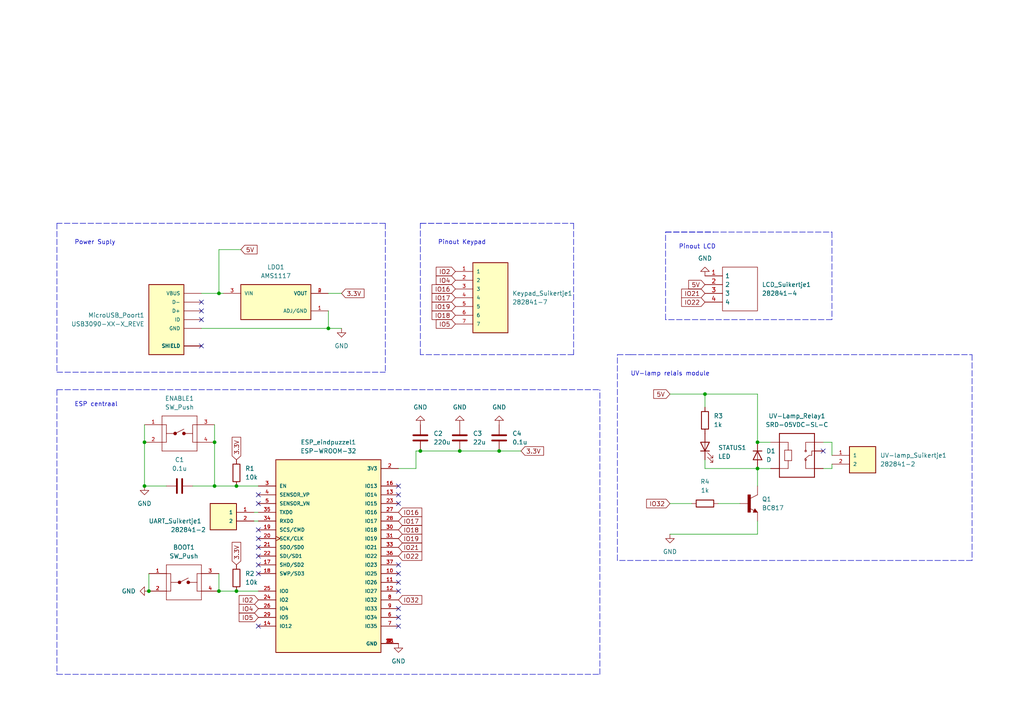
<source format=kicad_sch>
(kicad_sch (version 20211123) (generator eeschema)
  (paper "A4")
  (lib_symbols
    (symbol "282841-2:282841-2" (pin_names (offset 1.016))
      (property "Reference" "J" (at 0 10.16 0))
      (property "Value" "282841-2" (at 0 -7.62 0))
      (symbol "282841-2_0_0"
        (rectangle (start -5.08 -2.54) (end 2.54 5.08) (stroke (width 0.254)) (fill (type background)))
        (pin passive line (at -10.16 2.54 0) (length 5.08) (name "1") (number "1"))
        (pin passive line (at -10.16 0 0) (length 5.08) (name "2") (number "2"))
      )
    )
    (symbol "282841-4:282841-4" (pin_names (offset 0.762))
      (property "Reference" "J" (at 16.51 7.62 0))
      (property "Value" "282841-4" (at 16.51 5.08 0))
      (symbol "282841-4_0_0"
        (pin passive line (at 0 0 0) (length 5.08) (name "1") (number "1"))
        (pin passive line (at 0 -2.54 0) (length 5.08) (name "2") (number "2"))
        (pin passive line (at 0 -5.08 0) (length 5.08) (name "3") (number "3"))
        (pin passive line (at 0 -7.62 0) (length 5.08) (name "4") (number "4"))
      )
      (symbol "282841-4_0_1"
        (polyline (pts (xy 5.08 2.54) (xy 15.24 2.54) (xy 15.24 -10.16) (xy 5.08 -10.16) (xy 5.08 2.54)) (stroke (width 0.1524)))
      )
    )
    (symbol "282841-7:282841-7" (pin_names (offset 1.016))
      (property "Reference" "J" (at -5.588 10.16 0))
      (property "Value" "282841-7" (at -5.08 -12.7 0))
      (symbol "282841-7_0_0"
        (rectangle (start -5.08 -10.16) (end 5.08 10.16) (stroke (width 0.254)) (fill (type background)))
        (pin passive line (at -10.16 7.62 0) (length 5.08) (name "1") (number "1"))
        (pin passive line (at -10.16 5.08 0) (length 5.08) (name "2") (number "2"))
        (pin passive line (at -10.16 2.54 0) (length 5.08) (name "3") (number "3"))
        (pin passive line (at -10.16 0 0) (length 5.08) (name "4") (number "4"))
        (pin passive line (at -10.16 -2.54 0) (length 5.08) (name "5") (number "5"))
        (pin passive line (at -10.16 -5.08 0) (length 5.08) (name "6") (number "6"))
        (pin passive line (at -10.16 -7.62 0) (length 5.08) (name "7") (number "7"))
      )
    )
    (symbol "3-1825910-1:3-1825910-1" (pin_names (offset 1.016) hide)
      (property "Reference" "SW" (at -5.08 5.588 0))
      (property "Value" "3-1825910-1" (at -5.08 -7.62 0))
      (symbol "3-1825910-1_0_0"
        (circle (center -1.27 0) (radius 0.254) (stroke (width 0.508)))
        (polyline (pts (xy -5.08 -5.08) (xy -5.08 -2.54)) (stroke (width 0.1524)))
        (polyline (pts (xy -5.08 -2.54) (xy -5.08 2.54)) (stroke (width 0.1524)))
        (polyline (pts (xy -5.08 2.54) (xy -5.08 5.08)) (stroke (width 0.1524)))
        (polyline (pts (xy -5.08 2.54) (xy -3.81 2.54)) (stroke (width 0.1524)))
        (polyline (pts (xy -5.08 5.08) (xy 5.08 5.08)) (stroke (width 0.1524)))
        (polyline (pts (xy -3.81 -2.54) (xy -5.08 -2.54)) (stroke (width 0.1524)))
        (polyline (pts (xy -3.81 0) (xy -3.81 -2.54)) (stroke (width 0.1524)))
        (polyline (pts (xy -3.81 0) (xy -1.27 0)) (stroke (width 0.1524)))
        (polyline (pts (xy -3.81 2.54) (xy -3.81 0)) (stroke (width 0.1524)))
        (polyline (pts (xy -1.27 0) (xy 1.27 1.27)) (stroke (width 0.1524)))
        (polyline (pts (xy 1.27 0) (xy 3.81 0)) (stroke (width 0.1524)))
        (polyline (pts (xy 3.81 -2.54) (xy 5.08 -2.54)) (stroke (width 0.1524)))
        (polyline (pts (xy 3.81 0) (xy 3.81 -2.54)) (stroke (width 0.1524)))
        (polyline (pts (xy 3.81 0) (xy 3.81 2.54)) (stroke (width 0.1524)))
        (polyline (pts (xy 3.81 2.54) (xy 5.08 2.54)) (stroke (width 0.1524)))
        (polyline (pts (xy 5.08 -5.08) (xy -5.08 -5.08)) (stroke (width 0.1524)))
        (polyline (pts (xy 5.08 -2.54) (xy 5.08 -5.08)) (stroke (width 0.1524)))
        (polyline (pts (xy 5.08 2.54) (xy 5.08 -2.54)) (stroke (width 0.1524)))
        (polyline (pts (xy 5.08 5.08) (xy 5.08 2.54)) (stroke (width 0.1524)))
        (circle (center 1.27 0) (radius 0.254) (stroke (width 0.508)))
        (pin passive line (at -10.16 2.54 0) (length 5.08) (name "~") (number "1"))
        (pin passive line (at -10.16 -2.54 0) (length 5.08) (name "~") (number "2"))
        (pin passive line (at 10.16 2.54 180) (length 5.08) (name "~") (number "3"))
        (pin passive line (at 10.16 -2.54 180) (length 5.08) (name "~") (number "4"))
      )
    )
    (symbol "AMS1117:AMS1117" (pin_names (offset 1.016))
      (property "Reference" "U" (at -10.16 5.588 0))
      (property "Value" "AMS1117" (at -10.16 -8.128 0))
      (symbol "AMS1117_0_0"
        (rectangle (start -10.16 -5.08) (end 10.16 5.08) (stroke (width 0.254)) (fill (type background)))
        (pin power_in line (at 15.24 -2.54 180) (length 5.08) (name "ADJ/GND") (number "1"))
        (pin output line (at 15.24 2.54 180) (length 5.08) (name "VOUT") (number "2"))
        (pin input line (at -15.24 2.54 0) (length 5.08) (name "VIN") (number "3"))
        (pin output line (at 15.24 2.54 180) (length 5.08) (name "VOUT") (number "4"))
      )
    )
    (symbol "BC817:BC817" (pin_numbers hide) (pin_names (offset 1.016) hide)
      (property "Reference" "Q" (at -10.16 7.62 0))
      (property "Value" "BC817" (at -10.16 -7.62 0))
      (symbol "BC817_0_0"
        (rectangle (start -0.254 -2.54) (end 0.508 2.54) (fill (type outline)))
        (polyline (pts (xy 1.27 -2.54) (xy 1.778 -1.524)) (stroke (width 0.1524)))
        (polyline (pts (xy 1.524 -2.413) (xy 2.286 -2.413)) (stroke (width 0.254)))
        (polyline (pts (xy 1.524 -2.286) (xy 1.905 -2.286)) (stroke (width 0.254)))
        (polyline (pts (xy 1.5494 -2.032) (xy 0.3048 -1.4224)) (stroke (width 0.1524)))
        (polyline (pts (xy 1.778 -1.778) (xy 1.524 -2.286)) (stroke (width 0.254)))
        (polyline (pts (xy 1.778 -1.524) (xy 2.54 -2.54)) (stroke (width 0.1524)))
        (polyline (pts (xy 1.905 -2.286) (xy 1.778 -2.032)) (stroke (width 0.254)))
        (polyline (pts (xy 2.286 -2.413) (xy 1.778 -1.778)) (stroke (width 0.254)))
        (polyline (pts (xy 2.54 -2.54) (xy 1.27 -2.54)) (stroke (width 0.1524)))
        (polyline (pts (xy 2.54 2.54) (xy 0.508 1.524)) (stroke (width 0.1524)))
        (pin passive line (at -2.54 0 0) (length 2.54) (name "~") (number "1"))
        (pin passive line (at 2.54 -5.08 90) (length 2.54) (name "~") (number "2"))
        (pin passive line (at 2.54 5.08 270) (length 2.54) (name "~") (number "3"))
      )
    )
    (symbol "Device:C" (pin_numbers hide) (pin_names (offset 0.254))
      (property "Reference" "C" (at 0.635 2.54 0))
      (property "Value" "C" (at 0.635 -2.54 0))
      (symbol "C_0_1"
        (polyline (pts (xy -2.032 -0.762) (xy 2.032 -0.762)) (stroke (width 0.508)))
        (polyline (pts (xy -2.032 0.762) (xy 2.032 0.762)) (stroke (width 0.508)))
      )
      (symbol "C_1_1"
        (pin passive line (at 0 3.81 270) (length 2.794) (name "~") (number "1"))
        (pin passive line (at 0 -3.81 90) (length 2.794) (name "~") (number "2"))
      )
    )
    (symbol "Device:D" (pin_numbers hide) (pin_names (offset 1.016) hide)
      (property "Reference" "D" (at 0 2.54 0))
      (property "Value" "D" (at 0 -2.54 0))
      (symbol "D_0_1"
        (polyline (pts (xy -1.27 1.27) (xy -1.27 -1.27)) (stroke (width 0.254)))
        (polyline (pts (xy 1.27 0) (xy -1.27 0)))
        (polyline (pts (xy 1.27 1.27) (xy 1.27 -1.27) (xy -1.27 0) (xy 1.27 1.27)) (stroke (width 0.254)))
      )
      (symbol "D_1_1"
        (pin passive line (at -3.81 0 0) (length 2.54) (name "K") (number "1"))
        (pin passive line (at 3.81 0 180) (length 2.54) (name "A") (number "2"))
      )
    )
    (symbol "Device:LED" (pin_numbers hide) (pin_names (offset 1.016) hide)
      (property "Reference" "D" (at 0 2.54 0))
      (property "Value" "LED" (at 0 -2.54 0))
      (symbol "LED_0_1"
        (polyline (pts (xy -1.27 -1.27) (xy -1.27 1.27)) (stroke (width 0.254)))
        (polyline (pts (xy -1.27 0) (xy 1.27 0)))
        (polyline (pts (xy 1.27 -1.27) (xy 1.27 1.27) (xy -1.27 0) (xy 1.27 -1.27)) (stroke (width 0.254)))
        (polyline (pts (xy -3.048 -0.762) (xy -4.572 -2.286) (xy -3.81 -2.286) (xy -4.572 -2.286) (xy -4.572 -1.524)))
        (polyline (pts (xy -1.778 -0.762) (xy -3.302 -2.286) (xy -2.54 -2.286) (xy -3.302 -2.286) (xy -3.302 -1.524)))
      )
      (symbol "LED_1_1"
        (pin passive line (at -3.81 0 0) (length 2.54) (name "K") (number "1"))
        (pin passive line (at 3.81 0 180) (length 2.54) (name "A") (number "2"))
      )
    )
    (symbol "Device:R" (pin_numbers hide) (pin_names (offset 0))
      (property "Reference" "R" (at 2.032 0 90))
      (property "Value" "R" (at 0 0 90))
      (symbol "R_0_1"
        (rectangle (start -1.016 -2.54) (end 1.016 2.54) (stroke (width 0.254)))
      )
      (symbol "R_1_1"
        (pin passive line (at 0 3.81 270) (length 1.27) (name "~") (number "1"))
        (pin passive line (at 0 -3.81 90) (length 1.27) (name "~") (number "2"))
      )
    )
    (symbol "ESP-WROOM-32:ESP-WROOM-32" (pin_names (offset 1.016))
      (property "Reference" "U" (at -15.2654 28.4988 0))
      (property "Value" "ESP-WROOM-32" (at -15.2654 -31.0642 0))
      (symbol "ESP-WROOM-32_0_0"
        (rectangle (start -15.24 -27.94) (end 15.24 27.94) (stroke (width 0.254)) (fill (type background)))
        (pin power_in line (at 20.32 -25.4 180) (length 5.08) (name "GND") (number "1"))
        (pin power_in line (at 20.32 -25.4 180) (length 5.08) (name "GND") (number "1.1"))
        (pin bidirectional line (at 20.32 -5.08 180) (length 5.08) (name "IO25") (number "10"))
        (pin bidirectional line (at 20.32 -7.62 180) (length 5.08) (name "IO26") (number "11"))
        (pin bidirectional line (at 20.32 -10.16 180) (length 5.08) (name "IO27") (number "12"))
        (pin bidirectional line (at 20.32 17.78 180) (length 5.08) (name "IO14") (number "13"))
        (pin bidirectional line (at -20.32 -20.32 0) (length 5.08) (name "IO12") (number "14"))
        (pin power_in line (at 20.32 -25.4 180) (length 5.08) (name "GND") (number "15"))
        (pin bidirectional line (at 20.32 20.32 180) (length 5.08) (name "IO13") (number "16"))
        (pin bidirectional line (at -20.32 -2.54 0) (length 5.08) (name "SHD/SD2") (number "17"))
        (pin bidirectional line (at -20.32 -5.08 0) (length 5.08) (name "SWP/SD3") (number "18"))
        (pin bidirectional line (at -20.32 7.62 0) (length 5.08) (name "SCS/CMD") (number "19"))
        (pin power_in line (at 20.32 25.4 180) (length 5.08) (name "3V3") (number "2"))
        (pin bidirectional clock (at -20.32 5.08 0) (length 5.08) (name "SCK/CLK") (number "20"))
        (pin bidirectional line (at -20.32 2.54 0) (length 5.08) (name "SDO/SD0") (number "21"))
        (pin bidirectional line (at -20.32 0 0) (length 5.08) (name "SDI/SD1") (number "22"))
        (pin bidirectional line (at 20.32 15.24 180) (length 5.08) (name "IO15") (number "23"))
        (pin bidirectional line (at -20.32 -12.7 0) (length 5.08) (name "IO2") (number "24"))
        (pin bidirectional line (at -20.32 -10.16 0) (length 5.08) (name "IO0") (number "25"))
        (pin bidirectional line (at -20.32 -15.24 0) (length 5.08) (name "IO4") (number "26"))
        (pin bidirectional line (at 20.32 12.7 180) (length 5.08) (name "IO16") (number "27"))
        (pin bidirectional line (at 20.32 10.16 180) (length 5.08) (name "IO17") (number "28"))
        (pin bidirectional line (at -20.32 -17.78 0) (length 5.08) (name "IO5") (number "29"))
        (pin input line (at -20.32 20.32 0) (length 5.08) (name "EN") (number "3"))
        (pin bidirectional line (at 20.32 7.62 180) (length 5.08) (name "IO18") (number "30"))
        (pin bidirectional line (at 20.32 5.08 180) (length 5.08) (name "IO19") (number "31"))
        (pin bidirectional line (at 20.32 2.54 180) (length 5.08) (name "IO21") (number "33"))
        (pin bidirectional line (at -20.32 10.16 0) (length 5.08) (name "RXD0") (number "34"))
        (pin bidirectional line (at -20.32 12.7 0) (length 5.08) (name "TXD0") (number "35"))
        (pin bidirectional line (at 20.32 0 180) (length 5.08) (name "IO22") (number "36"))
        (pin bidirectional line (at 20.32 -2.54 180) (length 5.08) (name "IO23") (number "37"))
        (pin power_in line (at 20.32 -25.4 180) (length 5.08) (name "GND") (number "38"))
        (pin input line (at -20.32 17.78 0) (length 5.08) (name "SENSOR_VP") (number "4"))
        (pin input line (at -20.32 15.24 0) (length 5.08) (name "SENSOR_VN") (number "5"))
        (pin bidirectional line (at 20.32 -17.78 180) (length 5.08) (name "IO34") (number "6"))
        (pin bidirectional line (at 20.32 -20.32 180) (length 5.08) (name "IO35") (number "7"))
        (pin bidirectional line (at 20.32 -12.7 180) (length 5.08) (name "IO32") (number "8"))
        (pin bidirectional line (at 20.32 -15.24 180) (length 5.08) (name "IO33") (number "9"))
      )
    )
    (symbol "SRD-05VDC-SL-C:SRD-05VDC-SL-C" (pin_numbers hide) (pin_names (offset 1.016) hide)
      (property "Reference" "K" (at -5.08 5.842 0))
      (property "Value" "SRD-05VDC-SL-C" (at -5.08 -10.16 0))
      (symbol "SRD-05VDC-SL-C_0_0"
        (polyline (pts (xy -5.08 -7.62) (xy -5.08 5.08)) (stroke (width 0.254)))
        (polyline (pts (xy -5.08 2.54) (xy -2.54 2.54)) (stroke (width 0.1524)))
        (polyline (pts (xy -5.08 5.08) (xy 5.08 5.08)) (stroke (width 0.254)))
        (polyline (pts (xy -3.556 -2.794) (xy -2.54 -2.794)) (stroke (width 0.1524)))
        (polyline (pts (xy -3.556 0.254) (xy -3.556 -2.794)) (stroke (width 0.1524)))
        (polyline (pts (xy -2.54 -5.08) (xy -5.08 -5.08)) (stroke (width 0.1524)))
        (polyline (pts (xy -2.54 -2.794) (xy -2.54 -5.08)) (stroke (width 0.1524)))
        (polyline (pts (xy -2.54 -2.794) (xy -1.524 -2.794)) (stroke (width 0.1524)))
        (polyline (pts (xy -2.54 0.254) (xy -3.556 0.254)) (stroke (width 0.1524)))
        (polyline (pts (xy -2.54 2.54) (xy -2.54 0.254)) (stroke (width 0.1524)))
        (polyline (pts (xy -1.524 -2.794) (xy -1.524 0.254)) (stroke (width 0.1524)))
        (polyline (pts (xy -1.524 0.254) (xy -2.54 0.254)) (stroke (width 0.1524)))
        (polyline (pts (xy 2.54 -5.08) (xy 5.08 -5.08)) (stroke (width 0.1524)))
        (polyline (pts (xy 2.54 -2.54) (xy 2.54 -5.08)) (stroke (width 0.1524)))
        (polyline (pts (xy 2.54 2.54) (xy 2.54 0)) (stroke (width 0.1524)))
        (polyline (pts (xy 3.556 -1.27) (xy 2.286 -2.286)) (stroke (width 0.1524)))
        (polyline (pts (xy 3.556 -1.27) (xy 4.318 -1.27)) (stroke (width 0.1524)))
        (polyline (pts (xy 4.318 -1.27) (xy 4.318 0)) (stroke (width 0.1524)))
        (polyline (pts (xy 4.318 0) (xy 5.08 0)) (stroke (width 0.1524)))
        (polyline (pts (xy 5.08 -7.62) (xy -5.08 -7.62)) (stroke (width 0.254)))
        (polyline (pts (xy 5.08 0) (xy 5.08 -7.62)) (stroke (width 0.254)))
        (polyline (pts (xy 5.08 2.54) (xy 2.54 2.54)) (stroke (width 0.1524)))
        (polyline (pts (xy 5.08 5.08) (xy 5.08 0)) (stroke (width 0.254)))
        (circle (center 2.54 -2.54) (radius 0.254) (stroke (width 0.1524)))
        (circle (center 2.54 0) (radius 0.254) (stroke (width 0.1524)))
        (pin passive line (at -7.62 2.54 0) (length 2.54) (name "~") (number "A1"))
        (pin passive line (at -7.62 -5.08 0) (length 2.54) (name "~") (number "A2"))
        (pin passive line (at 7.62 0 180) (length 2.54) (name "~") (number "COM"))
        (pin passive line (at 7.62 -5.08 180) (length 2.54) (name "~") (number "NC"))
        (pin passive line (at 7.62 2.54 180) (length 2.54) (name "~") (number "NO"))
      )
    )
    (symbol "USB3090-XX-X_REVE:USB3090-XX-X_REVE" (pin_numbers hide) (pin_names (offset 1.016))
      (property "Reference" "J" (at -5.08 10.6934 0))
      (property "Value" "USB3090-XX-X_REVE" (at -5.08 -12.7 0))
      (symbol "USB3090-XX-X_REVE_0_0"
        (rectangle (start -5.08 -10.16) (end 5.08 10.16) (stroke (width 0.254)) (fill (type background)))
        (pin power_in line (at -10.16 7.62 0) (length 5.08) (name "VBUS") (number "1"))
        (pin bidirectional line (at -10.16 5.08 0) (length 5.08) (name "D-") (number "2"))
        (pin bidirectional line (at -10.16 2.54 0) (length 5.08) (name "D+") (number "3"))
        (pin bidirectional line (at -10.16 0 0) (length 5.08) (name "ID") (number "4"))
        (pin power_in line (at -10.16 -2.54 0) (length 5.08) (name "GND") (number "5"))
        (pin power_in line (at -10.16 -7.62 0) (length 5.08) (name "SHIELD") (number "6"))
        (pin power_in line (at -10.16 -7.62 0) (length 5.08) (name "SHIELD") (number "7"))
        (pin power_in line (at -10.16 -7.62 0) (length 5.08) (name "SHIELD") (number "8"))
        (pin power_in line (at -10.16 -7.62 0) (length 5.08) (name "SHIELD") (number "9"))
      )
    )
    (symbol "power:GND" (power) (pin_names (offset 0))
      (property "Value" "GND" (at 0 -3.81 0))
      (symbol "GND_0_1"
        (polyline (pts (xy 0 0) (xy 0 -1.27) (xy 1.27 -1.27) (xy 0 -2.54) (xy -1.27 -1.27) (xy 0 -1.27)))
      )
      (symbol "GND_1_1"
        (pin power_in line (at 0 0 270) (length 0) hide (name "GND") (number "1"))
      )
    )
  )
  (junction (at 144.78 130.81))
  (junction (at 41.91 128.27))
  (junction (at 41.91 140.97))
  (junction (at 63.5 171.45))
  (junction (at 63.5 85.09))
  (junction (at 204.47 114.3))
  (junction (at 62.23 128.27))
  (junction (at 219.71 135.89))
  (junction (at 219.71 128.27))
  (junction (at 133.35 130.81))
  (junction (at 95.25 95.25))
  (junction (at 68.58 171.45))
  (junction (at 68.58 140.97))
  (junction (at 121.92 130.81))
  (junction (at 62.23 140.97))
  (junction (at 43.18 171.45))
  (no_connect (at 115.57 181.61))
  (no_connect (at 74.93 181.61))
  (no_connect (at 115.57 146.05))
  (no_connect (at 115.57 176.53))
  (no_connect (at 74.93 143.51))
  (no_connect (at 74.93 166.37))
  (no_connect (at 58.42 87.63))
  (no_connect (at 58.42 92.71))
  (no_connect (at 58.42 90.17))
  (no_connect (at 115.57 171.45))
  (no_connect (at 74.93 163.83))
  (no_connect (at 115.57 179.07))
  (no_connect (at 74.93 153.67))
  (no_connect (at 74.93 156.21))
  (no_connect (at 74.93 146.05))
  (no_connect (at 238.76 130.81))
  (no_connect (at 74.93 161.29))
  (no_connect (at 74.93 158.75))
  (no_connect (at 115.57 163.83))
  (no_connect (at 115.57 166.37))
  (no_connect (at 115.57 168.91))
  (no_connect (at 115.57 140.97))
  (no_connect (at 115.57 143.51))
  (no_connect (at 58.42 100.33))
  (polyline (pts (xy 193.04 67.31) (xy 241.3 67.31)))
  (polyline (pts (xy 179.07 162.56) (xy 179.07 102.87)))
  (wire (pts (xy 73.66 148.59) (xy 74.93 148.59)))
  (wire (pts (xy 63.5 85.09) (xy 64.77 85.09)))
  (wire (pts (xy 204.47 114.3) (xy 204.47 118.11)))
  (wire (pts (xy 238.76 135.89) (xy 241.3 135.89)))
  (polyline (pts (xy 16.51 64.77) (xy 16.51 107.95)))
  (wire (pts (xy 133.35 130.81) (xy 144.78 130.81)))
  (polyline (pts (xy 182.88 102.87) (xy 281.94 102.87)))
  (polyline (pts (xy 193.04 67.31) (xy 207.01 67.31)))
  (polyline (pts (xy 16.51 113.03) (xy 16.51 195.58)))
  (wire (pts (xy 223.52 128.27) (xy 219.71 128.27)))
  (wire (pts (xy 55.88 140.97) (xy 62.23 140.97)))
  (wire (pts (xy 58.42 95.25) (xy 95.25 95.25)))
  (wire (pts (xy 62.23 140.97) (xy 68.58 140.97)))
  (wire (pts (xy 204.47 135.89) (xy 219.71 135.89)))
  (wire (pts (xy 62.23 128.27) (xy 62.23 140.97)))
  (wire (pts (xy 62.23 123.19) (xy 62.23 128.27)))
  (wire (pts (xy 41.91 123.19) (xy 41.91 128.27)))
  (wire (pts (xy 58.42 85.09) (xy 63.5 85.09)))
  (wire (pts (xy 95.25 90.17) (xy 95.25 95.25)))
  (wire (pts (xy 194.31 114.3) (xy 204.47 114.3)))
  (polyline (pts (xy 16.51 195.58) (xy 173.99 195.58)))
  (wire (pts (xy 73.66 151.13) (xy 74.93 151.13)))
  (polyline (pts (xy 166.37 102.87) (xy 121.92 102.87)))
  (polyline (pts (xy 179.07 102.87) (xy 182.88 102.87)))
  (wire (pts (xy 219.71 135.89) (xy 223.52 135.89)))
  (polyline (pts (xy 16.51 107.95) (xy 111.76 107.95)))
  (polyline (pts (xy 121.92 64.77) (xy 166.37 64.77)))
  (polyline (pts (xy 111.76 64.77) (xy 16.51 64.77)))
  (wire (pts (xy 204.47 133.35) (xy 204.47 135.89)))
  (polyline (pts (xy 241.3 92.71) (xy 193.04 92.71)))
  (wire (pts (xy 41.91 140.97) (xy 48.26 140.97)))
  (wire (pts (xy 63.5 166.37) (xy 63.5 171.45)))
  (polyline (pts (xy 16.51 113.03) (xy 173.99 113.03)))
  (wire (pts (xy 95.25 85.09) (xy 99.06 85.09)))
  (wire (pts (xy 63.5 72.39) (xy 63.5 85.09)))
  (wire (pts (xy 121.92 130.81) (xy 133.35 130.81)))
  (polyline (pts (xy 281.94 102.87) (xy 281.94 162.56)))
  (wire (pts (xy 208.28 146.05) (xy 214.63 146.05)))
  (polyline (pts (xy 173.99 195.58) (xy 173.99 113.03)))
  (polyline (pts (xy 241.3 67.31) (xy 241.3 92.71)))
  (wire (pts (xy 41.91 128.27) (xy 41.91 140.97)))
  (wire (pts (xy 219.71 135.89) (xy 219.71 140.97)))
  (wire (pts (xy 144.78 130.81) (xy 151.13 130.81)))
  (polyline (pts (xy 111.76 64.77) (xy 111.76 107.95)))
  (wire (pts (xy 95.25 95.25) (xy 99.06 95.25)))
  (wire (pts (xy 194.31 146.05) (xy 200.66 146.05)))
  (polyline (pts (xy 121.92 102.87) (xy 121.92 64.77)))
  (wire (pts (xy 204.47 114.3) (xy 219.71 114.3)))
  (wire (pts (xy 219.71 151.13) (xy 219.71 154.94)))
  (polyline (pts (xy 166.37 64.77) (xy 166.37 102.87)))
  (polyline (pts (xy 193.04 92.71) (xy 193.04 67.31)))
  (wire (pts (xy 194.31 154.94) (xy 219.71 154.94)))
  (wire (pts (xy 241.3 134.62) (xy 241.3 135.89)))
  (wire (pts (xy 219.71 128.27) (xy 219.71 114.3)))
  (wire (pts (xy 69.85 72.39) (xy 63.5 72.39)))
  (polyline (pts (xy 121.92 64.77) (xy 151.13 64.77)))
  (wire (pts (xy 120.65 130.81) (xy 121.92 130.81)))
  (wire (pts (xy 120.65 130.81) (xy 120.65 135.89)))
  (wire (pts (xy 115.57 135.89) (xy 120.65 135.89)))
  (wire (pts (xy 68.58 171.45) (xy 74.93 171.45)))
  (wire (pts (xy 63.5 171.45) (xy 68.58 171.45)))
  (wire (pts (xy 68.58 140.97) (xy 74.93 140.97)))
  (wire (pts (xy 241.3 128.27) (xy 241.3 132.08)))
  (polyline (pts (xy 281.94 162.56) (xy 179.07 162.56)))
  (wire (pts (xy 43.18 166.37) (xy 43.18 171.45)))
  (wire (pts (xy 238.76 128.27) (xy 241.3 128.27)))
  (text "ESP centraal" (at 21.59 118.11 0) (effects (font (size 1.27 1.27)) (justify left bottom)))
  (text "Pinout LCD\n" (at 196.85 72.39 0) (effects (font (size 1.27 1.27)) (justify left bottom)))
  (text "UV-lamp relais module" (at 182.88 109.22 0) (effects (font (size 1.27 1.27)) (justify left bottom)))
  (text "Pinout Keypad\n" (at 127 71.12 0) (effects (font (size 1.27 1.27)) (justify left bottom)))
  (text "Power Suply\n" (at 21.59 71.12 0) (effects (font (size 1.27 1.27)) (justify left bottom)))
  (global_label "IO22" (shape input) (at 115.57 161.29 0) (property "Intersheet References" "${INTERSHEET_REFS}" (effects hide)))
  (global_label "IO32" (shape input) (at 194.31 146.05 180) (property "Intersheet References" "${INTERSHEET_REFS}" (effects hide)))
  (global_label "IO21" (shape input) (at 115.57 158.75 0) (property "Intersheet References" "${INTERSHEET_REFS}" (effects hide)))
  (global_label "IO16" (shape input) (at 115.57 148.59 0) (property "Intersheet References" "${INTERSHEET_REFS}" (effects hide)))
  (global_label "IO4" (shape input) (at 132.08 81.28 180) (property "Intersheet References" "${INTERSHEET_REFS}" (effects hide)))
  (global_label "IO5" (shape input) (at 132.08 93.98 180) (property "Intersheet References" "${INTERSHEET_REFS}" (effects hide)))
  (global_label "IO19" (shape input) (at 115.57 156.21 0) (property "Intersheet References" "${INTERSHEET_REFS}" (effects hide)))
  (global_label "IO2" (shape input) (at 132.08 78.74 180) (property "Intersheet References" "${INTERSHEET_REFS}" (effects hide)))
  (global_label "5V" (shape input) (at 69.85 72.39 0) (property "Intersheet References" "${INTERSHEET_REFS}" (effects hide)))
  (global_label "5V" (shape input) (at 204.47 82.55 180) (property "Intersheet References" "${INTERSHEET_REFS}" (effects hide)))
  (global_label "5V" (shape input) (at 194.31 114.3 180) (property "Intersheet References" "${INTERSHEET_REFS}" (effects hide)))
  (global_label "IO19" (shape input) (at 132.08 88.9 180) (property "Intersheet References" "${INTERSHEET_REFS}" (effects hide)))
  (global_label "IO16" (shape input) (at 132.08 83.82 180) (property "Intersheet References" "${INTERSHEET_REFS}" (effects hide)))
  (global_label "IO32" (shape input) (at 115.57 173.99 0) (property "Intersheet References" "${INTERSHEET_REFS}" (effects hide)))
  (global_label "IO18" (shape input) (at 132.08 91.44 180) (property "Intersheet References" "${INTERSHEET_REFS}" (effects hide)))
  (global_label "IO17" (shape input) (at 132.08 86.36 180) (property "Intersheet References" "${INTERSHEET_REFS}" (effects hide)))
  (global_label "IO21" (shape input) (at 204.47 85.09 180) (property "Intersheet References" "${INTERSHEET_REFS}" (effects hide)))
  (global_label "3.3V" (shape input) (at 99.06 85.09 0) (property "Intersheet References" "${INTERSHEET_REFS}" (effects hide)))
  (global_label "3.3V" (shape input) (at 68.58 133.35 90) (property "Intersheet References" "${INTERSHEET_REFS}" (effects hide)))
  (global_label "3.3V" (shape input) (at 151.13 130.81 0) (property "Intersheet References" "${INTERSHEET_REFS}" (effects hide)))
  (global_label "IO22" (shape input) (at 204.47 87.63 180) (property "Intersheet References" "${INTERSHEET_REFS}" (effects hide)))
  (global_label "IO2" (shape input) (at 74.93 173.99 180) (property "Intersheet References" "${INTERSHEET_REFS}" (effects hide)))
  (global_label "IO4" (shape input) (at 74.93 176.53 180) (property "Intersheet References" "${INTERSHEET_REFS}" (effects hide)))
  (global_label "3.3V" (shape input) (at 68.58 163.83 90) (property "Intersheet References" "${INTERSHEET_REFS}" (effects hide)))
  (global_label "IO18" (shape input) (at 115.57 153.67 0) (property "Intersheet References" "${INTERSHEET_REFS}" (effects hide)))
  (global_label "IO5" (shape input) (at 74.93 179.07 180) (property "Intersheet References" "${INTERSHEET_REFS}" (effects hide)))
  (global_label "IO17" (shape input) (at 115.57 151.13 0) (property "Intersheet References" "${INTERSHEET_REFS}" (effects hide)))
  (symbol (lib_id "power:GND") (at 194.31 154.94 0) (unit 1)
    (property "Reference" "#PWR0107" (effects hide))
    (property "Value" "GND" (at 194.31 160.02 0))
  )
  (symbol (lib_id "282841-4:282841-4") (at 204.47 80.01 0) (unit 1)
    (property "Reference" "LCD_Suikertje1" (at 220.98 82.5499 0) (effects (justify left)))
    (property "Value" "282841-4" (at 220.98 85.0899 0) (effects (justify left)))
    (property "Footprint" "28241:2828414" (effects hide))
    (property "Datasheet" "https://www.te.com/commerce/DocumentDelivery/DDEController?Action=srchrtrv&DocNm=1-1773458-1_EURO_STYLE_QRG&DocType=Data+Sheet&DocLang=English&PartCntxt=282841-4&DocFormat=pdf" (effects hide))
    (property "Description" "TERMI-BLOK PCB MOUNT 4P. 5" (effects hide))
    (property "Height" "15.2" (effects hide))
    (property "Manufacturer_Name" "TE Connectivity" (effects hide))
    (property "Manufacturer_Part_Number" "282841-4" (effects hide))
    (property "Mouser Part Number" "571-2828414" (effects hide))
    (property "Mouser Price/Stock" "https://www.mouser.co.uk/ProductDetail/TE-Connectivity/282841-4?qs=gdajpSf3VLcTXEQ8wswT9g%3D%3D" (effects hide))
    (property "Arrow Part Number" "282841-4" (effects hide))
    (property "Arrow Price/Stock" "https://www.arrow.com/en/products/282841-4/te-connectivity?region=nac" (effects hide))
  )
  (symbol (lib_id "AMS1117:AMS1117") (at 80.01 87.63 0) (unit 1)
    (property "Reference" "LDO1" (at 80.01 77.47 0))
    (property "Value" "AMS1117" (at 80.01 80.01 0))
    (property "Footprint" "components:SOT229P700X180-4N" (effects hide))
    (property "PARTREV" "N/A" (effects hide))
    (property "MANUFACTURER" "AMS" (effects hide))
    (property "MAXIMUM_PACKAGE_HEIGHT" "1.8mm" (effects hide))
    (property "STANDARD" "IPC-7351B" (effects hide))
  )
  (symbol (lib_id "power:GND") (at 204.47 80.01 180) (unit 1)
    (property "Reference" "#PWR0109" (effects hide))
    (property "Value" "GND" (at 204.47 74.93 0))
  )
  (symbol (lib_id "ESP-WROOM-32:ESP-WROOM-32") (at 95.25 161.29 0) (unit 1)
    (property "Reference" "ESP_eindpuzzel1" (at 95.25 128.27 0))
    (property "Value" "ESP-WROOM-32" (at 95.25 130.81 0))
    (property "Footprint" "components:MODULE_ESP-WROOM-32" (effects hide))
    (property "PRICE" "4.57 USD" (effects hide))
    (property "PACKAGE" "Module Espressif Systems" (effects hide))
    (property "MF" "Olimex LTD" (effects hide))
    (property "AVAILABILITY" "Warning" (effects hide))
    (property "DESCRIPTION" "Module: combo; GPIO, I2C x2, I2S x2, SDIO, SPI x3, UART x3; 19.5dBm" (effects hide))
    (property "MP" "ESP-WROOM-32" (effects hide))
  )
  (symbol (lib_id "282841-2:282841-2") (at 63.5 151.13 0) (mirror y) (unit 1)
    (property "Reference" "UART_Suikertje1" (at 50.8 151.13 0))
    (property "Value" "282841-2" (at 54.61 153.67 0))
    (property "Footprint" "components:TE_282841-2" (effects hide))
    (property "Comment" "282841-2" (effects hide))
    (property "EU_RoHS_Compliance" "Compliant with Exemptions" (effects hide))
  )
  (symbol (lib_id "282841-2:282841-2") (at 251.46 134.62 0) (unit 1)
    (property "Reference" "UV-lamp_Suikertje1" (at 255.27 132.0799 0) (effects (justify left)))
    (property "Value" "282841-2" (at 255.27 134.6199 0) (effects (justify left)))
    (property "Footprint" "components:TE_282841-2" (effects hide))
    (property "Comment" "282841-2" (effects hide))
    (property "EU_RoHS_Compliance" "Compliant with Exemptions" (effects hide))
  )
  (symbol (lib_id "BC817:BC817") (at 217.17 146.05 0) (unit 1)
    (property "Reference" "Q1" (at 220.98 144.7799 0) (effects (justify left)))
    (property "Value" "BC817" (at 220.98 147.3199 0) (effects (justify left)))
    (property "Footprint" "components:SOT95P230X110-3N" (effects hide))
    (property "PARTREV" "7" (effects hide))
    (property "MANUFACTURER" "Nexperia" (effects hide))
    (property "MAXIMUM_PACKAGE_HEIGHT" "1.1 mm" (effects hide))
    (property "STANDARD" "IPC 7351B" (effects hide))
  )
  (symbol (lib_id "power:GND") (at 99.06 95.25 0) (unit 1)
    (property "Reference" "#PWR0108" (effects hide))
    (property "Value" "GND" (at 99.06 100.33 0))
  )
  (symbol (lib_id "power:GND") (at 41.91 140.97 0) (mirror y) (unit 1)
    (property "Reference" "#PWR0102" (effects hide))
    (property "Value" "GND" (at 41.91 146.05 0))
  )
  (symbol (lib_id "Device:R") (at 204.47 146.05 270) (unit 1)
    (property "Reference" "R4" (at 204.47 139.7 90))
    (property "Value" "1k" (at 204.47 142.24 90))
    (property "Footprint" "Resistor_SMD:R_0805_2012Metric_Pad1.20x1.40mm_HandSolder" (effects hide))
  )
  (symbol (lib_id "power:GND") (at 144.78 123.19 180) (unit 1)
    (property "Reference" "#PWR0104" (effects hide))
    (property "Value" "GND" (at 144.78 118.11 0))
  )
  (symbol (lib_id "power:GND") (at 133.35 123.19 180) (unit 1)
    (property "Reference" "#PWR0105" (effects hide))
    (property "Value" "GND" (at 133.35 118.11 0))
  )
  (symbol (lib_id "power:GND") (at 43.18 171.45 270) (unit 1)
    (property "Reference" "#PWR0101" (effects hide))
    (property "Value" "GND" (at 39.37 171.4499 90) (effects (justify right)))
  )
  (symbol (lib_id "power:GND") (at 121.92 123.19 180) (unit 1)
    (property "Reference" "#PWR0106" (effects hide))
    (property "Value" "GND" (at 121.92 118.11 0))
  )
  (symbol (lib_id "Device:R") (at 68.58 137.16 180) (unit 1)
    (property "Reference" "R1" (at 71.12 135.8899 0) (effects (justify right)))
    (property "Value" "10k" (at 71.12 138.4299 0) (effects (justify right)))
    (property "Footprint" "Resistor_SMD:R_0805_2012Metric_Pad1.20x1.40mm_HandSolder" (effects hide))
  )
  (symbol (lib_id "Device:D") (at 219.71 132.08 270) (unit 1)
    (property "Reference" "D1" (at 222.25 130.8099 90) (effects (justify left)))
    (property "Value" "D" (at 222.25 133.3499 90) (effects (justify left)))
    (property "Footprint" "LED_SMD:LED_0603_1608Metric_Pad1.05x0.95mm_HandSolder" (effects hide))
  )
  (symbol (lib_id "Device:LED") (at 204.47 129.54 90) (unit 1)
    (property "Reference" "STATUS1" (at 208.28 129.8574 90) (effects (justify right)))
    (property "Value" "LED" (at 208.28 132.3974 90) (effects (justify right)))
    (property "Footprint" "LED_SMD:LED_0805_2012Metric_Pad1.15x1.40mm_HandSolder" (effects hide))
  )
  (symbol (lib_id "USB3090-XX-X_REVE:USB3090-XX-X_REVE") (at 48.26 92.71 0) (mirror y) (unit 1)
    (property "Reference" "MicroUSB_Poort1" (at 41.91 91.4399 0) (effects (justify left)))
    (property "Value" "USB3090-XX-X_REVE" (at 41.91 93.9799 0) (effects (justify left)))
    (property "Footprint" "components:GCT_USB3090-XX-X_REVE" (effects hide))
    (property "MANUFACTURER" "GCT" (effects hide))
  )
  (symbol (lib_id "Device:C") (at 144.78 127 0) (unit 1)
    (property "Reference" "C4" (at 148.59 125.7299 0) (effects (justify left)))
    (property "Value" "0.1u" (at 148.59 128.2699 0) (effects (justify left)))
    (property "Footprint" "Capacitor_SMD:C_0805_2012Metric_Pad1.18x1.45mm_HandSolder" (effects hide))
  )
  (symbol (lib_id "Device:R") (at 204.47 121.92 0) (unit 1)
    (property "Reference" "R3" (at 207.01 120.6499 0) (effects (justify left)))
    (property "Value" "1k" (at 207.01 123.1899 0) (effects (justify left)))
    (property "Footprint" "Resistor_SMD:R_0805_2012Metric_Pad1.20x1.40mm_HandSolder" (effects hide))
  )
  (symbol (lib_id "282841-7:282841-7") (at 142.24 86.36 0) (unit 1)
    (property "Reference" "Keypad_Suikertje1" (at 148.59 85.0899 0) (effects (justify left)))
    (property "Value" "282841-7" (at 148.59 87.6299 0) (effects (justify left)))
    (property "Footprint" "components:TE_282841-7" (effects hide))
    (property "Comment" "282841-7" (effects hide))
  )
  (symbol (lib_id "Device:C") (at 52.07 140.97 90) (unit 1)
    (property "Reference" "C1" (at 52.07 133.35 90))
    (property "Value" "0.1u" (at 52.07 135.89 90))
    (property "Footprint" "Capacitor_SMD:C_0805_2012Metric_Pad1.18x1.45mm_HandSolder" (effects hide))
  )
  (symbol (lib_id "Device:C") (at 121.92 127 0) (unit 1)
    (property "Reference" "C2" (at 125.73 125.7299 0) (effects (justify left)))
    (property "Value" "220u" (at 125.73 128.2699 0) (effects (justify left)))
    (property "Footprint" "Capacitor_SMD:C_0805_2012Metric_Pad1.18x1.45mm_HandSolder" (effects hide))
  )
  (symbol (lib_id "power:GND") (at 115.57 186.69 0) (unit 1)
    (property "Reference" "#PWR0103" (effects hide))
    (property "Value" "GND" (at 115.57 191.77 0))
  )
  (symbol (lib_id "SRD-05VDC-SL-C:SRD-05VDC-SL-C") (at 231.14 130.81 0) (unit 1)
    (property "Reference" "UV-Lamp_Relay1" (at 231.14 120.65 0))
    (property "Value" "SRD-05VDC-SL-C" (at 231.14 123.19 0))
    (property "Footprint" "components:RELAY_SRD-05VDC-SL-C" (effects hide))
    (property "STANDARD" "IPC-7251" (effects hide))
    (property "MANUFACTURER" "SONGLE RELAY" (effects hide))
  )
  (symbol (lib_id "Device:R") (at 68.58 167.64 0) (unit 1)
    (property "Reference" "R2" (at 71.12 166.3699 0) (effects (justify left)))
    (property "Value" "10k" (at 71.12 168.9099 0) (effects (justify left)))
    (property "Footprint" "Resistor_SMD:R_0805_2012Metric_Pad1.20x1.40mm_HandSolder" (effects hide))
  )
  (symbol (lib_id "3-1825910-1:3-1825910-1") (at 52.07 125.73 0) (unit 1)
    (property "Reference" "ENABLE1" (at 52.07 115.57 0))
    (property "Value" "SW_Push" (at 52.07 118.11 0))
    (property "Footprint" "components:TE_3-1825910-1" (effects hide))
    (property "EU_RoHS_Compliance" "Compliant" (effects hide))
    (property "Comment" "3-1825910-1" (effects hide))
  )
  (symbol (lib_id "3-1825910-1:3-1825910-1") (at 53.34 168.91 0) (unit 1)
    (property "Reference" "BOOT1" (at 53.34 158.75 0))
    (property "Value" "SW_Push" (at 53.34 161.29 0))
    (property "Footprint" "components:TE_3-1825910-1" (effects hide))
    (property "EU_RoHS_Compliance" "Compliant" (effects hide))
    (property "Comment" "3-1825910-1" (effects hide))
  )
  (symbol (lib_id "Device:C") (at 133.35 127 0) (unit 1)
    (property "Reference" "C3" (at 137.16 125.7299 0) (effects (justify left)))
    (property "Value" "22u" (at 137.16 128.2699 0) (effects (justify left)))
    (property "Footprint" "Capacitor_SMD:C_0805_2012Metric_Pad1.18x1.45mm_HandSolder" (effects hide))
  )
)
</source>
